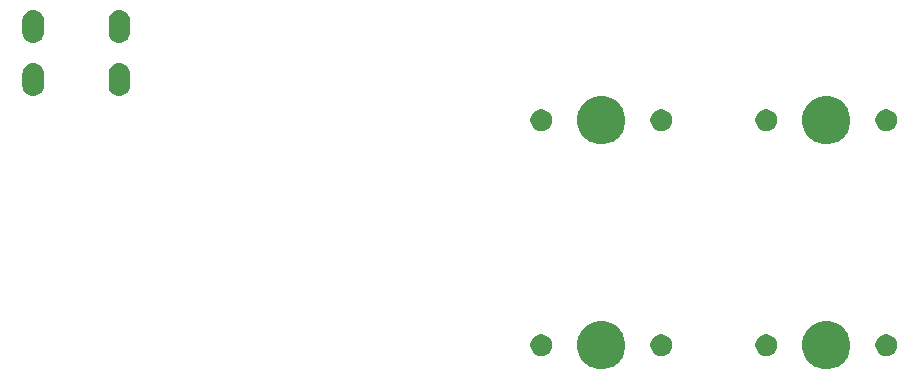
<source format=gts>
G04 #@! TF.GenerationSoftware,KiCad,Pcbnew,(5.1.4)-1*
G04 #@! TF.CreationDate,2023-10-04T08:31:50-04:00*
G04 #@! TF.ProjectId,ai03-pcb-guide,61693033-2d70-4636-922d-67756964652e,rev?*
G04 #@! TF.SameCoordinates,Original*
G04 #@! TF.FileFunction,Soldermask,Top*
G04 #@! TF.FilePolarity,Negative*
%FSLAX46Y46*%
G04 Gerber Fmt 4.6, Leading zero omitted, Abs format (unit mm)*
G04 Created by KiCad (PCBNEW (5.1.4)-1) date 2023-10-04 08:31:50*
%MOMM*%
%LPD*%
G04 APERTURE LIST*
%ADD10C,0.100000*%
G04 APERTURE END LIST*
D10*
G36*
X248246474Y-113921184D02*
G01*
X248464474Y-114011483D01*
X248618623Y-114075333D01*
X248953548Y-114299123D01*
X249238377Y-114583952D01*
X249462167Y-114918877D01*
X249494562Y-114997086D01*
X249616316Y-115291026D01*
X249694900Y-115686094D01*
X249694900Y-116088906D01*
X249616316Y-116483974D01*
X249565451Y-116606772D01*
X249462167Y-116856123D01*
X249238377Y-117191048D01*
X248953548Y-117475877D01*
X248618623Y-117699667D01*
X248464474Y-117763517D01*
X248246474Y-117853816D01*
X247851406Y-117932400D01*
X247448594Y-117932400D01*
X247053526Y-117853816D01*
X246835526Y-117763517D01*
X246681377Y-117699667D01*
X246346452Y-117475877D01*
X246061623Y-117191048D01*
X245837833Y-116856123D01*
X245734549Y-116606772D01*
X245683684Y-116483974D01*
X245605100Y-116088906D01*
X245605100Y-115686094D01*
X245683684Y-115291026D01*
X245805438Y-114997086D01*
X245837833Y-114918877D01*
X246061623Y-114583952D01*
X246346452Y-114299123D01*
X246681377Y-114075333D01*
X246835526Y-114011483D01*
X247053526Y-113921184D01*
X247448594Y-113842600D01*
X247851406Y-113842600D01*
X248246474Y-113921184D01*
X248246474Y-113921184D01*
G37*
G36*
X267296474Y-113921184D02*
G01*
X267514474Y-114011483D01*
X267668623Y-114075333D01*
X268003548Y-114299123D01*
X268288377Y-114583952D01*
X268512167Y-114918877D01*
X268544562Y-114997086D01*
X268666316Y-115291026D01*
X268744900Y-115686094D01*
X268744900Y-116088906D01*
X268666316Y-116483974D01*
X268615451Y-116606772D01*
X268512167Y-116856123D01*
X268288377Y-117191048D01*
X268003548Y-117475877D01*
X267668623Y-117699667D01*
X267514474Y-117763517D01*
X267296474Y-117853816D01*
X266901406Y-117932400D01*
X266498594Y-117932400D01*
X266103526Y-117853816D01*
X265885526Y-117763517D01*
X265731377Y-117699667D01*
X265396452Y-117475877D01*
X265111623Y-117191048D01*
X264887833Y-116856123D01*
X264784549Y-116606772D01*
X264733684Y-116483974D01*
X264655100Y-116088906D01*
X264655100Y-115686094D01*
X264733684Y-115291026D01*
X264855438Y-114997086D01*
X264887833Y-114918877D01*
X265111623Y-114583952D01*
X265396452Y-114299123D01*
X265731377Y-114075333D01*
X265885526Y-114011483D01*
X266103526Y-113921184D01*
X266498594Y-113842600D01*
X266901406Y-113842600D01*
X267296474Y-113921184D01*
X267296474Y-113921184D01*
G37*
G36*
X272050104Y-114997085D02*
G01*
X272218626Y-115066889D01*
X272370291Y-115168228D01*
X272499272Y-115297209D01*
X272600611Y-115448874D01*
X272670415Y-115617396D01*
X272706000Y-115796297D01*
X272706000Y-115978703D01*
X272670415Y-116157604D01*
X272600611Y-116326126D01*
X272499272Y-116477791D01*
X272370291Y-116606772D01*
X272218626Y-116708111D01*
X272050104Y-116777915D01*
X271871203Y-116813500D01*
X271688797Y-116813500D01*
X271509896Y-116777915D01*
X271341374Y-116708111D01*
X271189709Y-116606772D01*
X271060728Y-116477791D01*
X270959389Y-116326126D01*
X270889585Y-116157604D01*
X270854000Y-115978703D01*
X270854000Y-115796297D01*
X270889585Y-115617396D01*
X270959389Y-115448874D01*
X271060728Y-115297209D01*
X271189709Y-115168228D01*
X271341374Y-115066889D01*
X271509896Y-114997085D01*
X271688797Y-114961500D01*
X271871203Y-114961500D01*
X272050104Y-114997085D01*
X272050104Y-114997085D01*
G37*
G36*
X261890104Y-114997085D02*
G01*
X262058626Y-115066889D01*
X262210291Y-115168228D01*
X262339272Y-115297209D01*
X262440611Y-115448874D01*
X262510415Y-115617396D01*
X262546000Y-115796297D01*
X262546000Y-115978703D01*
X262510415Y-116157604D01*
X262440611Y-116326126D01*
X262339272Y-116477791D01*
X262210291Y-116606772D01*
X262058626Y-116708111D01*
X261890104Y-116777915D01*
X261711203Y-116813500D01*
X261528797Y-116813500D01*
X261349896Y-116777915D01*
X261181374Y-116708111D01*
X261029709Y-116606772D01*
X260900728Y-116477791D01*
X260799389Y-116326126D01*
X260729585Y-116157604D01*
X260694000Y-115978703D01*
X260694000Y-115796297D01*
X260729585Y-115617396D01*
X260799389Y-115448874D01*
X260900728Y-115297209D01*
X261029709Y-115168228D01*
X261181374Y-115066889D01*
X261349896Y-114997085D01*
X261528797Y-114961500D01*
X261711203Y-114961500D01*
X261890104Y-114997085D01*
X261890104Y-114997085D01*
G37*
G36*
X253000104Y-114997085D02*
G01*
X253168626Y-115066889D01*
X253320291Y-115168228D01*
X253449272Y-115297209D01*
X253550611Y-115448874D01*
X253620415Y-115617396D01*
X253656000Y-115796297D01*
X253656000Y-115978703D01*
X253620415Y-116157604D01*
X253550611Y-116326126D01*
X253449272Y-116477791D01*
X253320291Y-116606772D01*
X253168626Y-116708111D01*
X253000104Y-116777915D01*
X252821203Y-116813500D01*
X252638797Y-116813500D01*
X252459896Y-116777915D01*
X252291374Y-116708111D01*
X252139709Y-116606772D01*
X252010728Y-116477791D01*
X251909389Y-116326126D01*
X251839585Y-116157604D01*
X251804000Y-115978703D01*
X251804000Y-115796297D01*
X251839585Y-115617396D01*
X251909389Y-115448874D01*
X252010728Y-115297209D01*
X252139709Y-115168228D01*
X252291374Y-115066889D01*
X252459896Y-114997085D01*
X252638797Y-114961500D01*
X252821203Y-114961500D01*
X253000104Y-114997085D01*
X253000104Y-114997085D01*
G37*
G36*
X242840104Y-114997085D02*
G01*
X243008626Y-115066889D01*
X243160291Y-115168228D01*
X243289272Y-115297209D01*
X243390611Y-115448874D01*
X243460415Y-115617396D01*
X243496000Y-115796297D01*
X243496000Y-115978703D01*
X243460415Y-116157604D01*
X243390611Y-116326126D01*
X243289272Y-116477791D01*
X243160291Y-116606772D01*
X243008626Y-116708111D01*
X242840104Y-116777915D01*
X242661203Y-116813500D01*
X242478797Y-116813500D01*
X242299896Y-116777915D01*
X242131374Y-116708111D01*
X241979709Y-116606772D01*
X241850728Y-116477791D01*
X241749389Y-116326126D01*
X241679585Y-116157604D01*
X241644000Y-115978703D01*
X241644000Y-115796297D01*
X241679585Y-115617396D01*
X241749389Y-115448874D01*
X241850728Y-115297209D01*
X241979709Y-115168228D01*
X242131374Y-115066889D01*
X242299896Y-114997085D01*
X242478797Y-114961500D01*
X242661203Y-114961500D01*
X242840104Y-114997085D01*
X242840104Y-114997085D01*
G37*
G36*
X248246474Y-94871184D02*
G01*
X248464474Y-94961483D01*
X248618623Y-95025333D01*
X248953548Y-95249123D01*
X249238377Y-95533952D01*
X249462167Y-95868877D01*
X249494562Y-95947086D01*
X249616316Y-96241026D01*
X249694900Y-96636094D01*
X249694900Y-97038906D01*
X249616316Y-97433974D01*
X249565451Y-97556772D01*
X249462167Y-97806123D01*
X249238377Y-98141048D01*
X248953548Y-98425877D01*
X248618623Y-98649667D01*
X248464474Y-98713517D01*
X248246474Y-98803816D01*
X247851406Y-98882400D01*
X247448594Y-98882400D01*
X247053526Y-98803816D01*
X246835526Y-98713517D01*
X246681377Y-98649667D01*
X246346452Y-98425877D01*
X246061623Y-98141048D01*
X245837833Y-97806123D01*
X245734549Y-97556772D01*
X245683684Y-97433974D01*
X245605100Y-97038906D01*
X245605100Y-96636094D01*
X245683684Y-96241026D01*
X245805438Y-95947086D01*
X245837833Y-95868877D01*
X246061623Y-95533952D01*
X246346452Y-95249123D01*
X246681377Y-95025333D01*
X246835526Y-94961483D01*
X247053526Y-94871184D01*
X247448594Y-94792600D01*
X247851406Y-94792600D01*
X248246474Y-94871184D01*
X248246474Y-94871184D01*
G37*
G36*
X267296474Y-94871184D02*
G01*
X267514474Y-94961483D01*
X267668623Y-95025333D01*
X268003548Y-95249123D01*
X268288377Y-95533952D01*
X268512167Y-95868877D01*
X268544562Y-95947086D01*
X268666316Y-96241026D01*
X268744900Y-96636094D01*
X268744900Y-97038906D01*
X268666316Y-97433974D01*
X268615451Y-97556772D01*
X268512167Y-97806123D01*
X268288377Y-98141048D01*
X268003548Y-98425877D01*
X267668623Y-98649667D01*
X267514474Y-98713517D01*
X267296474Y-98803816D01*
X266901406Y-98882400D01*
X266498594Y-98882400D01*
X266103526Y-98803816D01*
X265885526Y-98713517D01*
X265731377Y-98649667D01*
X265396452Y-98425877D01*
X265111623Y-98141048D01*
X264887833Y-97806123D01*
X264784549Y-97556772D01*
X264733684Y-97433974D01*
X264655100Y-97038906D01*
X264655100Y-96636094D01*
X264733684Y-96241026D01*
X264855438Y-95947086D01*
X264887833Y-95868877D01*
X265111623Y-95533952D01*
X265396452Y-95249123D01*
X265731377Y-95025333D01*
X265885526Y-94961483D01*
X266103526Y-94871184D01*
X266498594Y-94792600D01*
X266901406Y-94792600D01*
X267296474Y-94871184D01*
X267296474Y-94871184D01*
G37*
G36*
X253000104Y-95947085D02*
G01*
X253168626Y-96016889D01*
X253320291Y-96118228D01*
X253449272Y-96247209D01*
X253550611Y-96398874D01*
X253620415Y-96567396D01*
X253656000Y-96746297D01*
X253656000Y-96928703D01*
X253620415Y-97107604D01*
X253550611Y-97276126D01*
X253449272Y-97427791D01*
X253320291Y-97556772D01*
X253168626Y-97658111D01*
X253000104Y-97727915D01*
X252821203Y-97763500D01*
X252638797Y-97763500D01*
X252459896Y-97727915D01*
X252291374Y-97658111D01*
X252139709Y-97556772D01*
X252010728Y-97427791D01*
X251909389Y-97276126D01*
X251839585Y-97107604D01*
X251804000Y-96928703D01*
X251804000Y-96746297D01*
X251839585Y-96567396D01*
X251909389Y-96398874D01*
X252010728Y-96247209D01*
X252139709Y-96118228D01*
X252291374Y-96016889D01*
X252459896Y-95947085D01*
X252638797Y-95911500D01*
X252821203Y-95911500D01*
X253000104Y-95947085D01*
X253000104Y-95947085D01*
G37*
G36*
X242840104Y-95947085D02*
G01*
X243008626Y-96016889D01*
X243160291Y-96118228D01*
X243289272Y-96247209D01*
X243390611Y-96398874D01*
X243460415Y-96567396D01*
X243496000Y-96746297D01*
X243496000Y-96928703D01*
X243460415Y-97107604D01*
X243390611Y-97276126D01*
X243289272Y-97427791D01*
X243160291Y-97556772D01*
X243008626Y-97658111D01*
X242840104Y-97727915D01*
X242661203Y-97763500D01*
X242478797Y-97763500D01*
X242299896Y-97727915D01*
X242131374Y-97658111D01*
X241979709Y-97556772D01*
X241850728Y-97427791D01*
X241749389Y-97276126D01*
X241679585Y-97107604D01*
X241644000Y-96928703D01*
X241644000Y-96746297D01*
X241679585Y-96567396D01*
X241749389Y-96398874D01*
X241850728Y-96247209D01*
X241979709Y-96118228D01*
X242131374Y-96016889D01*
X242299896Y-95947085D01*
X242478797Y-95911500D01*
X242661203Y-95911500D01*
X242840104Y-95947085D01*
X242840104Y-95947085D01*
G37*
G36*
X261890104Y-95947085D02*
G01*
X262058626Y-96016889D01*
X262210291Y-96118228D01*
X262339272Y-96247209D01*
X262440611Y-96398874D01*
X262510415Y-96567396D01*
X262546000Y-96746297D01*
X262546000Y-96928703D01*
X262510415Y-97107604D01*
X262440611Y-97276126D01*
X262339272Y-97427791D01*
X262210291Y-97556772D01*
X262058626Y-97658111D01*
X261890104Y-97727915D01*
X261711203Y-97763500D01*
X261528797Y-97763500D01*
X261349896Y-97727915D01*
X261181374Y-97658111D01*
X261029709Y-97556772D01*
X260900728Y-97427791D01*
X260799389Y-97276126D01*
X260729585Y-97107604D01*
X260694000Y-96928703D01*
X260694000Y-96746297D01*
X260729585Y-96567396D01*
X260799389Y-96398874D01*
X260900728Y-96247209D01*
X261029709Y-96118228D01*
X261181374Y-96016889D01*
X261349896Y-95947085D01*
X261528797Y-95911500D01*
X261711203Y-95911500D01*
X261890104Y-95947085D01*
X261890104Y-95947085D01*
G37*
G36*
X272050104Y-95947085D02*
G01*
X272218626Y-96016889D01*
X272370291Y-96118228D01*
X272499272Y-96247209D01*
X272600611Y-96398874D01*
X272670415Y-96567396D01*
X272706000Y-96746297D01*
X272706000Y-96928703D01*
X272670415Y-97107604D01*
X272600611Y-97276126D01*
X272499272Y-97427791D01*
X272370291Y-97556772D01*
X272218626Y-97658111D01*
X272050104Y-97727915D01*
X271871203Y-97763500D01*
X271688797Y-97763500D01*
X271509896Y-97727915D01*
X271341374Y-97658111D01*
X271189709Y-97556772D01*
X271060728Y-97427791D01*
X270959389Y-97276126D01*
X270889585Y-97107604D01*
X270854000Y-96928703D01*
X270854000Y-96746297D01*
X270889585Y-96567396D01*
X270959389Y-96398874D01*
X271060728Y-96247209D01*
X271189709Y-96118228D01*
X271341374Y-96016889D01*
X271509896Y-95947085D01*
X271688797Y-95911500D01*
X271871203Y-95911500D01*
X272050104Y-95947085D01*
X272050104Y-95947085D01*
G37*
G36*
X199726627Y-92012037D02*
G01*
X199896466Y-92063557D01*
X200052991Y-92147222D01*
X200088729Y-92176552D01*
X200190186Y-92259814D01*
X200273448Y-92361271D01*
X200302778Y-92397009D01*
X200386443Y-92553534D01*
X200437963Y-92723373D01*
X200451000Y-92855742D01*
X200451000Y-93944258D01*
X200437963Y-94076627D01*
X200386443Y-94246466D01*
X200302778Y-94402991D01*
X200273448Y-94438729D01*
X200190186Y-94540186D01*
X200052989Y-94652779D01*
X199896467Y-94736442D01*
X199896465Y-94736443D01*
X199726626Y-94787963D01*
X199550000Y-94805359D01*
X199373373Y-94787963D01*
X199203534Y-94736443D01*
X199047009Y-94652778D01*
X199011271Y-94623448D01*
X198909814Y-94540186D01*
X198797221Y-94402989D01*
X198713558Y-94246467D01*
X198713557Y-94246465D01*
X198662037Y-94076626D01*
X198649000Y-93944257D01*
X198649001Y-92855742D01*
X198662038Y-92723373D01*
X198713558Y-92553534D01*
X198797223Y-92397009D01*
X198826553Y-92361271D01*
X198909815Y-92259814D01*
X199011272Y-92176552D01*
X199047010Y-92147222D01*
X199203535Y-92063557D01*
X199373374Y-92012037D01*
X199550000Y-91994641D01*
X199726627Y-92012037D01*
X199726627Y-92012037D01*
G37*
G36*
X207026627Y-92012037D02*
G01*
X207196466Y-92063557D01*
X207352991Y-92147222D01*
X207388729Y-92176552D01*
X207490186Y-92259814D01*
X207573448Y-92361271D01*
X207602778Y-92397009D01*
X207686443Y-92553534D01*
X207737963Y-92723373D01*
X207751000Y-92855742D01*
X207751000Y-93944258D01*
X207737963Y-94076627D01*
X207686443Y-94246466D01*
X207602778Y-94402991D01*
X207573448Y-94438729D01*
X207490186Y-94540186D01*
X207352989Y-94652779D01*
X207196467Y-94736442D01*
X207196465Y-94736443D01*
X207026626Y-94787963D01*
X206850000Y-94805359D01*
X206673373Y-94787963D01*
X206503534Y-94736443D01*
X206347009Y-94652778D01*
X206311271Y-94623448D01*
X206209814Y-94540186D01*
X206097221Y-94402989D01*
X206013558Y-94246467D01*
X206013557Y-94246465D01*
X205962037Y-94076626D01*
X205949000Y-93944257D01*
X205949001Y-92855742D01*
X205962038Y-92723373D01*
X206013558Y-92553534D01*
X206097223Y-92397009D01*
X206126553Y-92361271D01*
X206209815Y-92259814D01*
X206311272Y-92176552D01*
X206347010Y-92147222D01*
X206503535Y-92063557D01*
X206673374Y-92012037D01*
X206850000Y-91994641D01*
X207026627Y-92012037D01*
X207026627Y-92012037D01*
G37*
G36*
X199726627Y-87512037D02*
G01*
X199896466Y-87563557D01*
X200052991Y-87647222D01*
X200088729Y-87676552D01*
X200190186Y-87759814D01*
X200273448Y-87861271D01*
X200302778Y-87897009D01*
X200386443Y-88053534D01*
X200437963Y-88223373D01*
X200451000Y-88355742D01*
X200451000Y-89444258D01*
X200437963Y-89576627D01*
X200386443Y-89746466D01*
X200302778Y-89902991D01*
X200273448Y-89938729D01*
X200190186Y-90040186D01*
X200052989Y-90152779D01*
X199896467Y-90236442D01*
X199896465Y-90236443D01*
X199726626Y-90287963D01*
X199550000Y-90305359D01*
X199373373Y-90287963D01*
X199203534Y-90236443D01*
X199047009Y-90152778D01*
X199011271Y-90123448D01*
X198909814Y-90040186D01*
X198797221Y-89902989D01*
X198713558Y-89746467D01*
X198713557Y-89746465D01*
X198662037Y-89576626D01*
X198649000Y-89444257D01*
X198649001Y-88355742D01*
X198662038Y-88223373D01*
X198713558Y-88053534D01*
X198797223Y-87897009D01*
X198826553Y-87861271D01*
X198909815Y-87759814D01*
X199011272Y-87676552D01*
X199047010Y-87647222D01*
X199203535Y-87563557D01*
X199373374Y-87512037D01*
X199550000Y-87494641D01*
X199726627Y-87512037D01*
X199726627Y-87512037D01*
G37*
G36*
X207026627Y-87512037D02*
G01*
X207196466Y-87563557D01*
X207352991Y-87647222D01*
X207388729Y-87676552D01*
X207490186Y-87759814D01*
X207573448Y-87861271D01*
X207602778Y-87897009D01*
X207686443Y-88053534D01*
X207737963Y-88223373D01*
X207751000Y-88355742D01*
X207751000Y-89444258D01*
X207737963Y-89576627D01*
X207686443Y-89746466D01*
X207602778Y-89902991D01*
X207573448Y-89938729D01*
X207490186Y-90040186D01*
X207352989Y-90152779D01*
X207196467Y-90236442D01*
X207196465Y-90236443D01*
X207026626Y-90287963D01*
X206850000Y-90305359D01*
X206673373Y-90287963D01*
X206503534Y-90236443D01*
X206347009Y-90152778D01*
X206311271Y-90123448D01*
X206209814Y-90040186D01*
X206097221Y-89902989D01*
X206013558Y-89746467D01*
X206013557Y-89746465D01*
X205962037Y-89576626D01*
X205949000Y-89444257D01*
X205949001Y-88355742D01*
X205962038Y-88223373D01*
X206013558Y-88053534D01*
X206097223Y-87897009D01*
X206126553Y-87861271D01*
X206209815Y-87759814D01*
X206311272Y-87676552D01*
X206347010Y-87647222D01*
X206503535Y-87563557D01*
X206673374Y-87512037D01*
X206850000Y-87494641D01*
X207026627Y-87512037D01*
X207026627Y-87512037D01*
G37*
M02*

</source>
